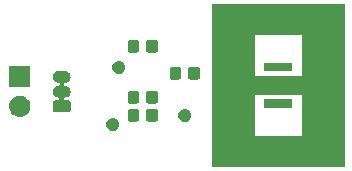
<source format=gts>
G04 #@! TF.GenerationSoftware,KiCad,Pcbnew,(5.1.0-0)*
G04 #@! TF.CreationDate,2019-07-20T15:32:48+01:00*
G04 #@! TF.ProjectId,Li-ionCharger,4c692d69-6f6e-4436-9861-726765722e6b,rev?*
G04 #@! TF.SameCoordinates,Original*
G04 #@! TF.FileFunction,Soldermask,Top*
G04 #@! TF.FilePolarity,Negative*
%FSLAX46Y46*%
G04 Gerber Fmt 4.6, Leading zero omitted, Abs format (unit mm)*
G04 Created by KiCad (PCBNEW (5.1.0-0)) date 2019-07-20 15:32:48*
%MOMM*%
%LPD*%
G04 APERTURE LIST*
%ADD10C,0.100000*%
G04 APERTURE END LIST*
D10*
G36*
X138684000Y-79502000D02*
G01*
X134620000Y-79502000D01*
X134620000Y-76962000D01*
X138684000Y-76962000D01*
X138684000Y-79502000D01*
G37*
X138684000Y-79502000D02*
X134620000Y-79502000D01*
X134620000Y-76962000D01*
X138684000Y-76962000D01*
X138684000Y-79502000D01*
G36*
X138684000Y-68326000D02*
G01*
X134620000Y-68326000D01*
X134620000Y-65786000D01*
X138684000Y-65786000D01*
X138684000Y-68326000D01*
G37*
X138684000Y-68326000D02*
X134620000Y-68326000D01*
X134620000Y-65786000D01*
X138684000Y-65786000D01*
X138684000Y-68326000D01*
G36*
X138684000Y-73406000D02*
G01*
X137922000Y-73406000D01*
X137922000Y-71882000D01*
X138684000Y-71882000D01*
X138684000Y-73406000D01*
G37*
X138684000Y-73406000D02*
X137922000Y-73406000D01*
X137922000Y-71882000D01*
X138684000Y-71882000D01*
X138684000Y-73406000D01*
G36*
X142240000Y-79502000D02*
G01*
X138684000Y-79502000D01*
X138684000Y-65786000D01*
X142240000Y-65786000D01*
X142240000Y-79502000D01*
G37*
X142240000Y-79502000D02*
X138684000Y-79502000D01*
X138684000Y-65786000D01*
X142240000Y-65786000D01*
X142240000Y-79502000D01*
G36*
X134620000Y-79502000D02*
G01*
X131064000Y-79502000D01*
X131064000Y-65786000D01*
X134620000Y-65786000D01*
X134620000Y-79502000D01*
G37*
X134620000Y-79502000D02*
X131064000Y-79502000D01*
X131064000Y-65786000D01*
X134620000Y-65786000D01*
X134620000Y-79502000D01*
G36*
X135382000Y-73406000D02*
G01*
X134620000Y-73406000D01*
X134620000Y-71882000D01*
X135382000Y-71882000D01*
X135382000Y-73406000D01*
G37*
X135382000Y-73406000D02*
X134620000Y-73406000D01*
X134620000Y-71882000D01*
X135382000Y-71882000D01*
X135382000Y-73406000D01*
G36*
X122842721Y-75416174D02*
G01*
X122942995Y-75457709D01*
X122942996Y-75457710D01*
X123033242Y-75518010D01*
X123109990Y-75594758D01*
X123132796Y-75628890D01*
X123170291Y-75685005D01*
X123211826Y-75785279D01*
X123233000Y-75891730D01*
X123233000Y-76000270D01*
X123211826Y-76106721D01*
X123170291Y-76206995D01*
X123170290Y-76206996D01*
X123109990Y-76297242D01*
X123033242Y-76373990D01*
X122987812Y-76404345D01*
X122942995Y-76434291D01*
X122842721Y-76475826D01*
X122736270Y-76497000D01*
X122627730Y-76497000D01*
X122521279Y-76475826D01*
X122421005Y-76434291D01*
X122376188Y-76404345D01*
X122330758Y-76373990D01*
X122254010Y-76297242D01*
X122193710Y-76206996D01*
X122193709Y-76206995D01*
X122152174Y-76106721D01*
X122131000Y-76000270D01*
X122131000Y-75891730D01*
X122152174Y-75785279D01*
X122193709Y-75685005D01*
X122231204Y-75628890D01*
X122254010Y-75594758D01*
X122330758Y-75518010D01*
X122421004Y-75457710D01*
X122421005Y-75457709D01*
X122521279Y-75416174D01*
X122627730Y-75395000D01*
X122736270Y-75395000D01*
X122842721Y-75416174D01*
X122842721Y-75416174D01*
G37*
G36*
X128938721Y-74654174D02*
G01*
X129038995Y-74695709D01*
X129062869Y-74711661D01*
X129129242Y-74756010D01*
X129205990Y-74832758D01*
X129229210Y-74867509D01*
X129266291Y-74923005D01*
X129307826Y-75023279D01*
X129329000Y-75129730D01*
X129329000Y-75238270D01*
X129307826Y-75344721D01*
X129266291Y-75444995D01*
X129266290Y-75444996D01*
X129205990Y-75535242D01*
X129129242Y-75611990D01*
X129103949Y-75628890D01*
X129038995Y-75672291D01*
X128938721Y-75713826D01*
X128832270Y-75735000D01*
X128723730Y-75735000D01*
X128617279Y-75713826D01*
X128517005Y-75672291D01*
X128452051Y-75628890D01*
X128426758Y-75611990D01*
X128350010Y-75535242D01*
X128289710Y-75444996D01*
X128289709Y-75444995D01*
X128248174Y-75344721D01*
X128227000Y-75238270D01*
X128227000Y-75129730D01*
X128248174Y-75023279D01*
X128289709Y-74923005D01*
X128326790Y-74867509D01*
X128350010Y-74832758D01*
X128426758Y-74756010D01*
X128493131Y-74711661D01*
X128517005Y-74695709D01*
X128617279Y-74654174D01*
X128723730Y-74633000D01*
X128832270Y-74633000D01*
X128938721Y-74654174D01*
X128938721Y-74654174D01*
G37*
G36*
X124776591Y-74662085D02*
G01*
X124810569Y-74672393D01*
X124841890Y-74689134D01*
X124869339Y-74711661D01*
X124891866Y-74739110D01*
X124908607Y-74770431D01*
X124918915Y-74804409D01*
X124923000Y-74845890D01*
X124923000Y-75522110D01*
X124918915Y-75563591D01*
X124908607Y-75597569D01*
X124891866Y-75628890D01*
X124869339Y-75656339D01*
X124841890Y-75678866D01*
X124810569Y-75695607D01*
X124776591Y-75705915D01*
X124735110Y-75710000D01*
X124133890Y-75710000D01*
X124092409Y-75705915D01*
X124058431Y-75695607D01*
X124027110Y-75678866D01*
X123999661Y-75656339D01*
X123977134Y-75628890D01*
X123960393Y-75597569D01*
X123950085Y-75563591D01*
X123946000Y-75522110D01*
X123946000Y-74845890D01*
X123950085Y-74804409D01*
X123960393Y-74770431D01*
X123977134Y-74739110D01*
X123999661Y-74711661D01*
X124027110Y-74689134D01*
X124058431Y-74672393D01*
X124092409Y-74662085D01*
X124133890Y-74658000D01*
X124735110Y-74658000D01*
X124776591Y-74662085D01*
X124776591Y-74662085D01*
G37*
G36*
X126351591Y-74662085D02*
G01*
X126385569Y-74672393D01*
X126416890Y-74689134D01*
X126444339Y-74711661D01*
X126466866Y-74739110D01*
X126483607Y-74770431D01*
X126493915Y-74804409D01*
X126498000Y-74845890D01*
X126498000Y-75522110D01*
X126493915Y-75563591D01*
X126483607Y-75597569D01*
X126466866Y-75628890D01*
X126444339Y-75656339D01*
X126416890Y-75678866D01*
X126385569Y-75695607D01*
X126351591Y-75705915D01*
X126310110Y-75710000D01*
X125708890Y-75710000D01*
X125667409Y-75705915D01*
X125633431Y-75695607D01*
X125602110Y-75678866D01*
X125574661Y-75656339D01*
X125552134Y-75628890D01*
X125535393Y-75597569D01*
X125525085Y-75563591D01*
X125521000Y-75522110D01*
X125521000Y-74845890D01*
X125525085Y-74804409D01*
X125535393Y-74770431D01*
X125552134Y-74739110D01*
X125574661Y-74711661D01*
X125602110Y-74689134D01*
X125633431Y-74672393D01*
X125667409Y-74662085D01*
X125708890Y-74658000D01*
X126310110Y-74658000D01*
X126351591Y-74662085D01*
X126351591Y-74662085D01*
G37*
G36*
X114918442Y-73527518D02*
G01*
X114984627Y-73534037D01*
X115154466Y-73585557D01*
X115154468Y-73585558D01*
X115163867Y-73590582D01*
X115310991Y-73669222D01*
X115331145Y-73685762D01*
X115448186Y-73781814D01*
X115524907Y-73875300D01*
X115560778Y-73919009D01*
X115644443Y-74075534D01*
X115695963Y-74245373D01*
X115713359Y-74422000D01*
X115695963Y-74598627D01*
X115644443Y-74768466D01*
X115560778Y-74924991D01*
X115531448Y-74960729D01*
X115448186Y-75062186D01*
X115365882Y-75129730D01*
X115310991Y-75174778D01*
X115154466Y-75258443D01*
X114984627Y-75309963D01*
X114918443Y-75316481D01*
X114852260Y-75323000D01*
X114763740Y-75323000D01*
X114697557Y-75316481D01*
X114631373Y-75309963D01*
X114461534Y-75258443D01*
X114305009Y-75174778D01*
X114250118Y-75129730D01*
X114167814Y-75062186D01*
X114084552Y-74960729D01*
X114055222Y-74924991D01*
X113971557Y-74768466D01*
X113920037Y-74598627D01*
X113902641Y-74422000D01*
X113920037Y-74245373D01*
X113971557Y-74075534D01*
X114055222Y-73919009D01*
X114091093Y-73875300D01*
X114167814Y-73781814D01*
X114284855Y-73685762D01*
X114305009Y-73669222D01*
X114452133Y-73590582D01*
X114461532Y-73585558D01*
X114461534Y-73585557D01*
X114631373Y-73534037D01*
X114697558Y-73527518D01*
X114763740Y-73521000D01*
X114852260Y-73521000D01*
X114918442Y-73527518D01*
X114918442Y-73527518D01*
G37*
G36*
X118712213Y-71428249D02*
G01*
X118806652Y-71456897D01*
X118893687Y-71503418D01*
X118969975Y-71566025D01*
X119032582Y-71642313D01*
X119079103Y-71729348D01*
X119107751Y-71823787D01*
X119117424Y-71922000D01*
X119107751Y-72020213D01*
X119079103Y-72114652D01*
X119032582Y-72201687D01*
X118969975Y-72277975D01*
X118893687Y-72340582D01*
X118806652Y-72387103D01*
X118712213Y-72415751D01*
X118642623Y-72422605D01*
X118618600Y-72427384D01*
X118595961Y-72436761D01*
X118575587Y-72450375D01*
X118558260Y-72467702D01*
X118544646Y-72488076D01*
X118535269Y-72510715D01*
X118530489Y-72534748D01*
X118530489Y-72559253D01*
X118535270Y-72583286D01*
X118544647Y-72605925D01*
X118558261Y-72626299D01*
X118575588Y-72643626D01*
X118595962Y-72657240D01*
X118618601Y-72666617D01*
X118642623Y-72671395D01*
X118712213Y-72678249D01*
X118806652Y-72706897D01*
X118893687Y-72753418D01*
X118969975Y-72816025D01*
X119032582Y-72892313D01*
X119079103Y-72979348D01*
X119107751Y-73073787D01*
X119117424Y-73172000D01*
X119107751Y-73270213D01*
X119079103Y-73364652D01*
X119032582Y-73451687D01*
X118969975Y-73527975D01*
X118893687Y-73590582D01*
X118806652Y-73637103D01*
X118712213Y-73665751D01*
X118652766Y-73671606D01*
X118628742Y-73676385D01*
X118606103Y-73685762D01*
X118585729Y-73699376D01*
X118568402Y-73716703D01*
X118554789Y-73737077D01*
X118545411Y-73759716D01*
X118540631Y-73783749D01*
X118540631Y-73808253D01*
X118545412Y-73832287D01*
X118554789Y-73854926D01*
X118568403Y-73875300D01*
X118585730Y-73892627D01*
X118606104Y-73906240D01*
X118628743Y-73915618D01*
X118665028Y-73921000D01*
X118920860Y-73921000D01*
X118963560Y-73925205D01*
X118998713Y-73935869D01*
X119031110Y-73953186D01*
X119059509Y-73976491D01*
X119082814Y-74004890D01*
X119100131Y-74037287D01*
X119110795Y-74072440D01*
X119115000Y-74115140D01*
X119115000Y-74728860D01*
X119110795Y-74771560D01*
X119100131Y-74806713D01*
X119082814Y-74839110D01*
X119059509Y-74867509D01*
X119031110Y-74890814D01*
X118998713Y-74908131D01*
X118963560Y-74918795D01*
X118920860Y-74923000D01*
X117807140Y-74923000D01*
X117764440Y-74918795D01*
X117729287Y-74908131D01*
X117696890Y-74890814D01*
X117668491Y-74867509D01*
X117645186Y-74839110D01*
X117627869Y-74806713D01*
X117617205Y-74771560D01*
X117613000Y-74728860D01*
X117613000Y-74115140D01*
X117617205Y-74072440D01*
X117627869Y-74037287D01*
X117645186Y-74004890D01*
X117668491Y-73976491D01*
X117696890Y-73953186D01*
X117729287Y-73935869D01*
X117764440Y-73925205D01*
X117807140Y-73921000D01*
X118062972Y-73921000D01*
X118087358Y-73918598D01*
X118110807Y-73911485D01*
X118132418Y-73899934D01*
X118151360Y-73884389D01*
X118166905Y-73865447D01*
X118178456Y-73843836D01*
X118185569Y-73820387D01*
X118187971Y-73796001D01*
X118185569Y-73771615D01*
X118178456Y-73748166D01*
X118166905Y-73726555D01*
X118151360Y-73707613D01*
X118132418Y-73692068D01*
X118110807Y-73680517D01*
X118075230Y-73671606D01*
X118015787Y-73665751D01*
X117921348Y-73637103D01*
X117834313Y-73590582D01*
X117758025Y-73527975D01*
X117695418Y-73451687D01*
X117648897Y-73364652D01*
X117620249Y-73270213D01*
X117610576Y-73172000D01*
X117620249Y-73073787D01*
X117648897Y-72979348D01*
X117695418Y-72892313D01*
X117758025Y-72816025D01*
X117834313Y-72753418D01*
X117921348Y-72706897D01*
X118015787Y-72678249D01*
X118085377Y-72671395D01*
X118109400Y-72666616D01*
X118132039Y-72657239D01*
X118152413Y-72643625D01*
X118169740Y-72626298D01*
X118183354Y-72605924D01*
X118192731Y-72583285D01*
X118197511Y-72559252D01*
X118197511Y-72534747D01*
X118192730Y-72510714D01*
X118183353Y-72488075D01*
X118169739Y-72467701D01*
X118152412Y-72450374D01*
X118132038Y-72436760D01*
X118109399Y-72427383D01*
X118085377Y-72422605D01*
X118015787Y-72415751D01*
X117921348Y-72387103D01*
X117834313Y-72340582D01*
X117758025Y-72277975D01*
X117695418Y-72201687D01*
X117648897Y-72114652D01*
X117620249Y-72020213D01*
X117610576Y-71922000D01*
X117620249Y-71823787D01*
X117648897Y-71729348D01*
X117695418Y-71642313D01*
X117758025Y-71566025D01*
X117834313Y-71503418D01*
X117921348Y-71456897D01*
X118015787Y-71428249D01*
X118089388Y-71421000D01*
X118638612Y-71421000D01*
X118712213Y-71428249D01*
X118712213Y-71428249D01*
G37*
G36*
X137853000Y-74570000D02*
G01*
X135451000Y-74570000D01*
X135451000Y-73818000D01*
X137853000Y-73818000D01*
X137853000Y-74570000D01*
X137853000Y-74570000D01*
G37*
G36*
X126351591Y-73138085D02*
G01*
X126385569Y-73148393D01*
X126416890Y-73165134D01*
X126444339Y-73187661D01*
X126466866Y-73215110D01*
X126483607Y-73246431D01*
X126493915Y-73280409D01*
X126498000Y-73321890D01*
X126498000Y-73998110D01*
X126493915Y-74039591D01*
X126483607Y-74073569D01*
X126466866Y-74104890D01*
X126444339Y-74132339D01*
X126416890Y-74154866D01*
X126385569Y-74171607D01*
X126351591Y-74181915D01*
X126310110Y-74186000D01*
X125708890Y-74186000D01*
X125667409Y-74181915D01*
X125633431Y-74171607D01*
X125602110Y-74154866D01*
X125574661Y-74132339D01*
X125552134Y-74104890D01*
X125535393Y-74073569D01*
X125525085Y-74039591D01*
X125521000Y-73998110D01*
X125521000Y-73321890D01*
X125525085Y-73280409D01*
X125535393Y-73246431D01*
X125552134Y-73215110D01*
X125574661Y-73187661D01*
X125602110Y-73165134D01*
X125633431Y-73148393D01*
X125667409Y-73138085D01*
X125708890Y-73134000D01*
X126310110Y-73134000D01*
X126351591Y-73138085D01*
X126351591Y-73138085D01*
G37*
G36*
X124776591Y-73138085D02*
G01*
X124810569Y-73148393D01*
X124841890Y-73165134D01*
X124869339Y-73187661D01*
X124891866Y-73215110D01*
X124908607Y-73246431D01*
X124918915Y-73280409D01*
X124923000Y-73321890D01*
X124923000Y-73998110D01*
X124918915Y-74039591D01*
X124908607Y-74073569D01*
X124891866Y-74104890D01*
X124869339Y-74132339D01*
X124841890Y-74154866D01*
X124810569Y-74171607D01*
X124776591Y-74181915D01*
X124735110Y-74186000D01*
X124133890Y-74186000D01*
X124092409Y-74181915D01*
X124058431Y-74171607D01*
X124027110Y-74154866D01*
X123999661Y-74132339D01*
X123977134Y-74104890D01*
X123960393Y-74073569D01*
X123950085Y-74039591D01*
X123946000Y-73998110D01*
X123946000Y-73321890D01*
X123950085Y-73280409D01*
X123960393Y-73246431D01*
X123977134Y-73215110D01*
X123999661Y-73187661D01*
X124027110Y-73165134D01*
X124058431Y-73148393D01*
X124092409Y-73138085D01*
X124133890Y-73134000D01*
X124735110Y-73134000D01*
X124776591Y-73138085D01*
X124776591Y-73138085D01*
G37*
G36*
X137943000Y-73470000D02*
G01*
X135361000Y-73470000D01*
X135361000Y-71818000D01*
X137943000Y-71818000D01*
X137943000Y-73470000D01*
X137943000Y-73470000D01*
G37*
G36*
X115709000Y-72783000D02*
G01*
X113907000Y-72783000D01*
X113907000Y-70981000D01*
X115709000Y-70981000D01*
X115709000Y-72783000D01*
X115709000Y-72783000D01*
G37*
G36*
X128332591Y-71106085D02*
G01*
X128366569Y-71116393D01*
X128397890Y-71133134D01*
X128425339Y-71155661D01*
X128447866Y-71183110D01*
X128464607Y-71214431D01*
X128474915Y-71248409D01*
X128479000Y-71289890D01*
X128479000Y-71966110D01*
X128474915Y-72007591D01*
X128464607Y-72041569D01*
X128447866Y-72072890D01*
X128425339Y-72100339D01*
X128397890Y-72122866D01*
X128366569Y-72139607D01*
X128332591Y-72149915D01*
X128291110Y-72154000D01*
X127689890Y-72154000D01*
X127648409Y-72149915D01*
X127614431Y-72139607D01*
X127583110Y-72122866D01*
X127555661Y-72100339D01*
X127533134Y-72072890D01*
X127516393Y-72041569D01*
X127506085Y-72007591D01*
X127502000Y-71966110D01*
X127502000Y-71289890D01*
X127506085Y-71248409D01*
X127516393Y-71214431D01*
X127533134Y-71183110D01*
X127555661Y-71155661D01*
X127583110Y-71133134D01*
X127614431Y-71116393D01*
X127648409Y-71106085D01*
X127689890Y-71102000D01*
X128291110Y-71102000D01*
X128332591Y-71106085D01*
X128332591Y-71106085D01*
G37*
G36*
X129907591Y-71106085D02*
G01*
X129941569Y-71116393D01*
X129972890Y-71133134D01*
X130000339Y-71155661D01*
X130022866Y-71183110D01*
X130039607Y-71214431D01*
X130049915Y-71248409D01*
X130054000Y-71289890D01*
X130054000Y-71966110D01*
X130049915Y-72007591D01*
X130039607Y-72041569D01*
X130022866Y-72072890D01*
X130000339Y-72100339D01*
X129972890Y-72122866D01*
X129941569Y-72139607D01*
X129907591Y-72149915D01*
X129866110Y-72154000D01*
X129264890Y-72154000D01*
X129223409Y-72149915D01*
X129189431Y-72139607D01*
X129158110Y-72122866D01*
X129130661Y-72100339D01*
X129108134Y-72072890D01*
X129091393Y-72041569D01*
X129081085Y-72007591D01*
X129077000Y-71966110D01*
X129077000Y-71289890D01*
X129081085Y-71248409D01*
X129091393Y-71214431D01*
X129108134Y-71183110D01*
X129130661Y-71155661D01*
X129158110Y-71133134D01*
X129189431Y-71116393D01*
X129223409Y-71106085D01*
X129264890Y-71102000D01*
X129866110Y-71102000D01*
X129907591Y-71106085D01*
X129907591Y-71106085D01*
G37*
G36*
X123350721Y-70590174D02*
G01*
X123450995Y-70631709D01*
X123450996Y-70631710D01*
X123541242Y-70692010D01*
X123617990Y-70768758D01*
X123617991Y-70768760D01*
X123678291Y-70859005D01*
X123719826Y-70959279D01*
X123741000Y-71065730D01*
X123741000Y-71174270D01*
X123719826Y-71280721D01*
X123678291Y-71380995D01*
X123678290Y-71380996D01*
X123617990Y-71471242D01*
X123541242Y-71547990D01*
X123514249Y-71566026D01*
X123450995Y-71608291D01*
X123350721Y-71649826D01*
X123244270Y-71671000D01*
X123135730Y-71671000D01*
X123029279Y-71649826D01*
X122929005Y-71608291D01*
X122865751Y-71566026D01*
X122838758Y-71547990D01*
X122762010Y-71471242D01*
X122701710Y-71380996D01*
X122701709Y-71380995D01*
X122660174Y-71280721D01*
X122639000Y-71174270D01*
X122639000Y-71065730D01*
X122660174Y-70959279D01*
X122701709Y-70859005D01*
X122762009Y-70768760D01*
X122762010Y-70768758D01*
X122838758Y-70692010D01*
X122929004Y-70631710D01*
X122929005Y-70631709D01*
X123029279Y-70590174D01*
X123135730Y-70569000D01*
X123244270Y-70569000D01*
X123350721Y-70590174D01*
X123350721Y-70590174D01*
G37*
G36*
X137853000Y-71470000D02*
G01*
X135451000Y-71470000D01*
X135451000Y-70718000D01*
X137853000Y-70718000D01*
X137853000Y-71470000D01*
X137853000Y-71470000D01*
G37*
G36*
X126351591Y-68820085D02*
G01*
X126385569Y-68830393D01*
X126416890Y-68847134D01*
X126444339Y-68869661D01*
X126466866Y-68897110D01*
X126483607Y-68928431D01*
X126493915Y-68962409D01*
X126498000Y-69003890D01*
X126498000Y-69680110D01*
X126493915Y-69721591D01*
X126483607Y-69755569D01*
X126466866Y-69786890D01*
X126444339Y-69814339D01*
X126416890Y-69836866D01*
X126385569Y-69853607D01*
X126351591Y-69863915D01*
X126310110Y-69868000D01*
X125708890Y-69868000D01*
X125667409Y-69863915D01*
X125633431Y-69853607D01*
X125602110Y-69836866D01*
X125574661Y-69814339D01*
X125552134Y-69786890D01*
X125535393Y-69755569D01*
X125525085Y-69721591D01*
X125521000Y-69680110D01*
X125521000Y-69003890D01*
X125525085Y-68962409D01*
X125535393Y-68928431D01*
X125552134Y-68897110D01*
X125574661Y-68869661D01*
X125602110Y-68847134D01*
X125633431Y-68830393D01*
X125667409Y-68820085D01*
X125708890Y-68816000D01*
X126310110Y-68816000D01*
X126351591Y-68820085D01*
X126351591Y-68820085D01*
G37*
G36*
X124776591Y-68820085D02*
G01*
X124810569Y-68830393D01*
X124841890Y-68847134D01*
X124869339Y-68869661D01*
X124891866Y-68897110D01*
X124908607Y-68928431D01*
X124918915Y-68962409D01*
X124923000Y-69003890D01*
X124923000Y-69680110D01*
X124918915Y-69721591D01*
X124908607Y-69755569D01*
X124891866Y-69786890D01*
X124869339Y-69814339D01*
X124841890Y-69836866D01*
X124810569Y-69853607D01*
X124776591Y-69863915D01*
X124735110Y-69868000D01*
X124133890Y-69868000D01*
X124092409Y-69863915D01*
X124058431Y-69853607D01*
X124027110Y-69836866D01*
X123999661Y-69814339D01*
X123977134Y-69786890D01*
X123960393Y-69755569D01*
X123950085Y-69721591D01*
X123946000Y-69680110D01*
X123946000Y-69003890D01*
X123950085Y-68962409D01*
X123960393Y-68928431D01*
X123977134Y-68897110D01*
X123999661Y-68869661D01*
X124027110Y-68847134D01*
X124058431Y-68830393D01*
X124092409Y-68820085D01*
X124133890Y-68816000D01*
X124735110Y-68816000D01*
X124776591Y-68820085D01*
X124776591Y-68820085D01*
G37*
M02*

</source>
